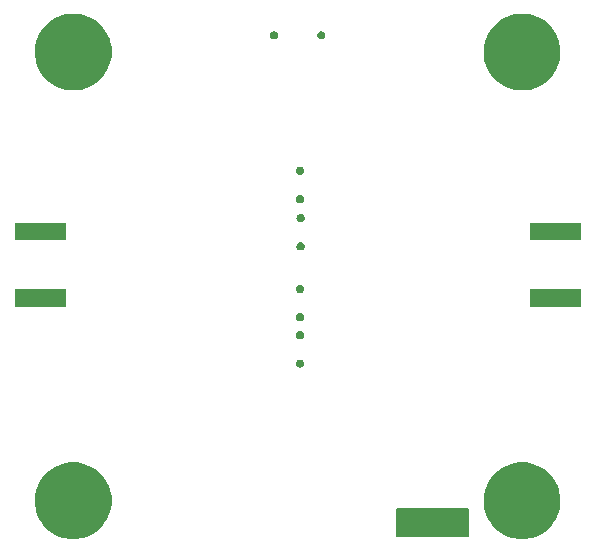
<source format=gbs>
G04 #@! TF.GenerationSoftware,KiCad,Pcbnew,(5.0.2)-1*
G04 #@! TF.CreationDate,2019-01-06T12:14:53+11:00*
G04 #@! TF.ProjectId,Filter_Bank_Dev_Rev_0,46696c74-6572-45f4-9261-6e6b5f446576,0*
G04 #@! TF.SameCoordinates,Original*
G04 #@! TF.FileFunction,Soldermask,Bot*
G04 #@! TF.FilePolarity,Negative*
%FSLAX46Y46*%
G04 Gerber Fmt 4.6, Leading zero omitted, Abs format (unit mm)*
G04 Created by KiCad (PCBNEW (5.0.2)-1) date 6/01/2019 12:14:53*
%MOMM*%
%LPD*%
G01*
G04 APERTURE LIST*
%ADD10C,0.150000*%
%ADD11C,0.100000*%
G04 APERTURE END LIST*
D10*
G04 #@! TO.C,REF\002A\002A*
G36*
X128450000Y-85700000D02*
X134450000Y-85700000D01*
X134450000Y-87950000D01*
X128450000Y-87950000D01*
X128450000Y-85700000D01*
G37*
X128450000Y-85700000D02*
X134450000Y-85700000D01*
X134450000Y-87950000D01*
X128450000Y-87950000D01*
X128450000Y-85700000D01*
D11*
G36*
X139634239Y-81811467D02*
X139948282Y-81873934D01*
X140539926Y-82119001D01*
X140829523Y-82312504D01*
X141072395Y-82474786D01*
X141525214Y-82927605D01*
X141525216Y-82927608D01*
X141880999Y-83460074D01*
X142002724Y-83753944D01*
X142126066Y-84051719D01*
X142251000Y-84679803D01*
X142251000Y-85320197D01*
X142188533Y-85634239D01*
X142126066Y-85948282D01*
X141880999Y-86539926D01*
X141633265Y-86910685D01*
X141525214Y-87072395D01*
X141072395Y-87525214D01*
X141072392Y-87525216D01*
X140539926Y-87880999D01*
X139948282Y-88126066D01*
X139634239Y-88188533D01*
X139320197Y-88251000D01*
X138679803Y-88251000D01*
X138365761Y-88188533D01*
X138051718Y-88126066D01*
X137460074Y-87880999D01*
X136927608Y-87525216D01*
X136927605Y-87525214D01*
X136474786Y-87072395D01*
X136366735Y-86910685D01*
X136119001Y-86539926D01*
X135873934Y-85948282D01*
X135811467Y-85634239D01*
X135749000Y-85320197D01*
X135749000Y-84679803D01*
X135873934Y-84051719D01*
X135997276Y-83753944D01*
X136119001Y-83460074D01*
X136474784Y-82927608D01*
X136474786Y-82927605D01*
X136927605Y-82474786D01*
X137170477Y-82312504D01*
X137460074Y-82119001D01*
X138051718Y-81873934D01*
X138365761Y-81811467D01*
X138679803Y-81749000D01*
X139320197Y-81749000D01*
X139634239Y-81811467D01*
X139634239Y-81811467D01*
G37*
G36*
X101634239Y-81811467D02*
X101948282Y-81873934D01*
X102539926Y-82119001D01*
X102829523Y-82312504D01*
X103072395Y-82474786D01*
X103525214Y-82927605D01*
X103525216Y-82927608D01*
X103880999Y-83460074D01*
X104002724Y-83753944D01*
X104126066Y-84051719D01*
X104251000Y-84679803D01*
X104251000Y-85320197D01*
X104188533Y-85634239D01*
X104126066Y-85948282D01*
X103880999Y-86539926D01*
X103633265Y-86910685D01*
X103525214Y-87072395D01*
X103072395Y-87525214D01*
X103072392Y-87525216D01*
X102539926Y-87880999D01*
X101948282Y-88126066D01*
X101634239Y-88188533D01*
X101320197Y-88251000D01*
X100679803Y-88251000D01*
X100365761Y-88188533D01*
X100051718Y-88126066D01*
X99460074Y-87880999D01*
X98927608Y-87525216D01*
X98927605Y-87525214D01*
X98474786Y-87072395D01*
X98366735Y-86910685D01*
X98119001Y-86539926D01*
X97873934Y-85948282D01*
X97811467Y-85634239D01*
X97749000Y-85320197D01*
X97749000Y-84679803D01*
X97873934Y-84051719D01*
X97997276Y-83753944D01*
X98119001Y-83460074D01*
X98474784Y-82927608D01*
X98474786Y-82927605D01*
X98927605Y-82474786D01*
X99170477Y-82312504D01*
X99460074Y-82119001D01*
X100051718Y-81873934D01*
X100365761Y-81811467D01*
X100679803Y-81749000D01*
X101320197Y-81749000D01*
X101634239Y-81811467D01*
X101634239Y-81811467D01*
G37*
G36*
X120302383Y-73034989D02*
X120366261Y-73061448D01*
X120423750Y-73099861D01*
X120472639Y-73148750D01*
X120511052Y-73206239D01*
X120537511Y-73270117D01*
X120551000Y-73337930D01*
X120551000Y-73407070D01*
X120537511Y-73474883D01*
X120511052Y-73538761D01*
X120472639Y-73596250D01*
X120423750Y-73645139D01*
X120366261Y-73683552D01*
X120302383Y-73710011D01*
X120234570Y-73723500D01*
X120165430Y-73723500D01*
X120097617Y-73710011D01*
X120033739Y-73683552D01*
X119976250Y-73645139D01*
X119927361Y-73596250D01*
X119888948Y-73538761D01*
X119862489Y-73474883D01*
X119849000Y-73407070D01*
X119849000Y-73337930D01*
X119862489Y-73270117D01*
X119888948Y-73206239D01*
X119927361Y-73148750D01*
X119976250Y-73099861D01*
X120033739Y-73061448D01*
X120097617Y-73034989D01*
X120165430Y-73021500D01*
X120234570Y-73021500D01*
X120302383Y-73034989D01*
X120302383Y-73034989D01*
G37*
G36*
X120302383Y-70634989D02*
X120366261Y-70661448D01*
X120423750Y-70699861D01*
X120472639Y-70748750D01*
X120511052Y-70806239D01*
X120537511Y-70870117D01*
X120551000Y-70937930D01*
X120551000Y-71007070D01*
X120537511Y-71074883D01*
X120511052Y-71138761D01*
X120472639Y-71196250D01*
X120423750Y-71245139D01*
X120366261Y-71283552D01*
X120302383Y-71310011D01*
X120234570Y-71323500D01*
X120165430Y-71323500D01*
X120097617Y-71310011D01*
X120033739Y-71283552D01*
X119976250Y-71245139D01*
X119927361Y-71196250D01*
X119888948Y-71138761D01*
X119862489Y-71074883D01*
X119849000Y-71007070D01*
X119849000Y-70937930D01*
X119862489Y-70870117D01*
X119888948Y-70806239D01*
X119927361Y-70748750D01*
X119976250Y-70699861D01*
X120033739Y-70661448D01*
X120097617Y-70634989D01*
X120165430Y-70621500D01*
X120234570Y-70621500D01*
X120302383Y-70634989D01*
X120302383Y-70634989D01*
G37*
G36*
X120302383Y-69112489D02*
X120366261Y-69138948D01*
X120423750Y-69177361D01*
X120472639Y-69226250D01*
X120511052Y-69283739D01*
X120537511Y-69347617D01*
X120551000Y-69415430D01*
X120551000Y-69484570D01*
X120537511Y-69552383D01*
X120511052Y-69616261D01*
X120472639Y-69673750D01*
X120423750Y-69722639D01*
X120366261Y-69761052D01*
X120302383Y-69787511D01*
X120234570Y-69801000D01*
X120165430Y-69801000D01*
X120097617Y-69787511D01*
X120033739Y-69761052D01*
X119976250Y-69722639D01*
X119927361Y-69673750D01*
X119888948Y-69616261D01*
X119862489Y-69552383D01*
X119849000Y-69484570D01*
X119849000Y-69415430D01*
X119862489Y-69347617D01*
X119888948Y-69283739D01*
X119927361Y-69226250D01*
X119976250Y-69177361D01*
X120033739Y-69138948D01*
X120097617Y-69112489D01*
X120165430Y-69099000D01*
X120234570Y-69099000D01*
X120302383Y-69112489D01*
X120302383Y-69112489D01*
G37*
G36*
X143951000Y-68551000D02*
X139649000Y-68551000D01*
X139649000Y-67099000D01*
X143951000Y-67099000D01*
X143951000Y-68551000D01*
X143951000Y-68551000D01*
G37*
G36*
X100351000Y-68551000D02*
X96049000Y-68551000D01*
X96049000Y-67099000D01*
X100351000Y-67099000D01*
X100351000Y-68551000D01*
X100351000Y-68551000D01*
G37*
G36*
X120302383Y-66712489D02*
X120366261Y-66738948D01*
X120423750Y-66777361D01*
X120472639Y-66826250D01*
X120511052Y-66883739D01*
X120537511Y-66947617D01*
X120551000Y-67015430D01*
X120551000Y-67084570D01*
X120537511Y-67152383D01*
X120511052Y-67216261D01*
X120472639Y-67273750D01*
X120423750Y-67322639D01*
X120366261Y-67361052D01*
X120302383Y-67387511D01*
X120234570Y-67401000D01*
X120165430Y-67401000D01*
X120097617Y-67387511D01*
X120033739Y-67361052D01*
X119976250Y-67322639D01*
X119927361Y-67273750D01*
X119888948Y-67216261D01*
X119862489Y-67152383D01*
X119849000Y-67084570D01*
X119849000Y-67015430D01*
X119862489Y-66947617D01*
X119888948Y-66883739D01*
X119927361Y-66826250D01*
X119976250Y-66777361D01*
X120033739Y-66738948D01*
X120097617Y-66712489D01*
X120165430Y-66699000D01*
X120234570Y-66699000D01*
X120302383Y-66712489D01*
X120302383Y-66712489D01*
G37*
G36*
X120352383Y-63112489D02*
X120416261Y-63138948D01*
X120473750Y-63177361D01*
X120522639Y-63226250D01*
X120561052Y-63283739D01*
X120587511Y-63347617D01*
X120601000Y-63415430D01*
X120601000Y-63484570D01*
X120587511Y-63552383D01*
X120561052Y-63616261D01*
X120522639Y-63673750D01*
X120473750Y-63722639D01*
X120416261Y-63761052D01*
X120352383Y-63787511D01*
X120284570Y-63801000D01*
X120215430Y-63801000D01*
X120147617Y-63787511D01*
X120083739Y-63761052D01*
X120026250Y-63722639D01*
X119977361Y-63673750D01*
X119938948Y-63616261D01*
X119912489Y-63552383D01*
X119899000Y-63484570D01*
X119899000Y-63415430D01*
X119912489Y-63347617D01*
X119938948Y-63283739D01*
X119977361Y-63226250D01*
X120026250Y-63177361D01*
X120083739Y-63138948D01*
X120147617Y-63112489D01*
X120215430Y-63099000D01*
X120284570Y-63099000D01*
X120352383Y-63112489D01*
X120352383Y-63112489D01*
G37*
G36*
X143951000Y-62901000D02*
X139649000Y-62901000D01*
X139649000Y-61449000D01*
X143951000Y-61449000D01*
X143951000Y-62901000D01*
X143951000Y-62901000D01*
G37*
G36*
X100351000Y-62901000D02*
X96049000Y-62901000D01*
X96049000Y-61449000D01*
X100351000Y-61449000D01*
X100351000Y-62901000D01*
X100351000Y-62901000D01*
G37*
G36*
X120352383Y-60712489D02*
X120416261Y-60738948D01*
X120473750Y-60777361D01*
X120522639Y-60826250D01*
X120561052Y-60883739D01*
X120587511Y-60947617D01*
X120601000Y-61015430D01*
X120601000Y-61084570D01*
X120587511Y-61152383D01*
X120561052Y-61216261D01*
X120522639Y-61273750D01*
X120473750Y-61322639D01*
X120416261Y-61361052D01*
X120352383Y-61387511D01*
X120284570Y-61401000D01*
X120215430Y-61401000D01*
X120147617Y-61387511D01*
X120083739Y-61361052D01*
X120026250Y-61322639D01*
X119977361Y-61273750D01*
X119938948Y-61216261D01*
X119912489Y-61152383D01*
X119899000Y-61084570D01*
X119899000Y-61015430D01*
X119912489Y-60947617D01*
X119938948Y-60883739D01*
X119977361Y-60826250D01*
X120026250Y-60777361D01*
X120083739Y-60738948D01*
X120147617Y-60712489D01*
X120215430Y-60699000D01*
X120284570Y-60699000D01*
X120352383Y-60712489D01*
X120352383Y-60712489D01*
G37*
G36*
X120302383Y-59112489D02*
X120366261Y-59138948D01*
X120423750Y-59177361D01*
X120472639Y-59226250D01*
X120511052Y-59283739D01*
X120537511Y-59347617D01*
X120551000Y-59415430D01*
X120551000Y-59484570D01*
X120537511Y-59552383D01*
X120511052Y-59616261D01*
X120472639Y-59673750D01*
X120423750Y-59722639D01*
X120366261Y-59761052D01*
X120302383Y-59787511D01*
X120234570Y-59801000D01*
X120165430Y-59801000D01*
X120097617Y-59787511D01*
X120033739Y-59761052D01*
X119976250Y-59722639D01*
X119927361Y-59673750D01*
X119888948Y-59616261D01*
X119862489Y-59552383D01*
X119849000Y-59484570D01*
X119849000Y-59415430D01*
X119862489Y-59347617D01*
X119888948Y-59283739D01*
X119927361Y-59226250D01*
X119976250Y-59177361D01*
X120033739Y-59138948D01*
X120097617Y-59112489D01*
X120165430Y-59099000D01*
X120234570Y-59099000D01*
X120302383Y-59112489D01*
X120302383Y-59112489D01*
G37*
G36*
X120302383Y-56712489D02*
X120366261Y-56738948D01*
X120423750Y-56777361D01*
X120472639Y-56826250D01*
X120511052Y-56883739D01*
X120537511Y-56947617D01*
X120551000Y-57015430D01*
X120551000Y-57084570D01*
X120537511Y-57152383D01*
X120511052Y-57216261D01*
X120472639Y-57273750D01*
X120423750Y-57322639D01*
X120366261Y-57361052D01*
X120302383Y-57387511D01*
X120234570Y-57401000D01*
X120165430Y-57401000D01*
X120097617Y-57387511D01*
X120033739Y-57361052D01*
X119976250Y-57322639D01*
X119927361Y-57273750D01*
X119888948Y-57216261D01*
X119862489Y-57152383D01*
X119849000Y-57084570D01*
X119849000Y-57015430D01*
X119862489Y-56947617D01*
X119888948Y-56883739D01*
X119927361Y-56826250D01*
X119976250Y-56777361D01*
X120033739Y-56738948D01*
X120097617Y-56712489D01*
X120165430Y-56699000D01*
X120234570Y-56699000D01*
X120302383Y-56712489D01*
X120302383Y-56712489D01*
G37*
G36*
X139634239Y-43811467D02*
X139948282Y-43873934D01*
X140539926Y-44119001D01*
X140829523Y-44312504D01*
X141072395Y-44474786D01*
X141525214Y-44927605D01*
X141525216Y-44927608D01*
X141880999Y-45460074D01*
X142076063Y-45931000D01*
X142126066Y-46051719D01*
X142251000Y-46679803D01*
X142251000Y-47320197D01*
X142188533Y-47634239D01*
X142126066Y-47948282D01*
X141880999Y-48539926D01*
X141633265Y-48910685D01*
X141525214Y-49072395D01*
X141072395Y-49525214D01*
X141072392Y-49525216D01*
X140539926Y-49880999D01*
X139948282Y-50126066D01*
X139634239Y-50188533D01*
X139320197Y-50251000D01*
X138679803Y-50251000D01*
X138365761Y-50188533D01*
X138051718Y-50126066D01*
X137460074Y-49880999D01*
X136927608Y-49525216D01*
X136927605Y-49525214D01*
X136474786Y-49072395D01*
X136366735Y-48910685D01*
X136119001Y-48539926D01*
X135873934Y-47948282D01*
X135811467Y-47634239D01*
X135749000Y-47320197D01*
X135749000Y-46679803D01*
X135873934Y-46051719D01*
X135923937Y-45931000D01*
X136119001Y-45460074D01*
X136474784Y-44927608D01*
X136474786Y-44927605D01*
X136927605Y-44474786D01*
X137170477Y-44312504D01*
X137460074Y-44119001D01*
X138051718Y-43873934D01*
X138365761Y-43811467D01*
X138679803Y-43749000D01*
X139320197Y-43749000D01*
X139634239Y-43811467D01*
X139634239Y-43811467D01*
G37*
G36*
X101634239Y-43811467D02*
X101948282Y-43873934D01*
X102539926Y-44119001D01*
X102829523Y-44312504D01*
X103072395Y-44474786D01*
X103525214Y-44927605D01*
X103525216Y-44927608D01*
X103880999Y-45460074D01*
X104076063Y-45931000D01*
X104126066Y-46051719D01*
X104251000Y-46679803D01*
X104251000Y-47320197D01*
X104188533Y-47634239D01*
X104126066Y-47948282D01*
X103880999Y-48539926D01*
X103633265Y-48910685D01*
X103525214Y-49072395D01*
X103072395Y-49525214D01*
X103072392Y-49525216D01*
X102539926Y-49880999D01*
X101948282Y-50126066D01*
X101634239Y-50188533D01*
X101320197Y-50251000D01*
X100679803Y-50251000D01*
X100365761Y-50188533D01*
X100051718Y-50126066D01*
X99460074Y-49880999D01*
X98927608Y-49525216D01*
X98927605Y-49525214D01*
X98474786Y-49072395D01*
X98366735Y-48910685D01*
X98119001Y-48539926D01*
X97873934Y-47948282D01*
X97811467Y-47634239D01*
X97749000Y-47320197D01*
X97749000Y-46679803D01*
X97873934Y-46051719D01*
X97923937Y-45931000D01*
X98119001Y-45460074D01*
X98474784Y-44927608D01*
X98474786Y-44927605D01*
X98927605Y-44474786D01*
X99170477Y-44312504D01*
X99460074Y-44119001D01*
X100051718Y-43873934D01*
X100365761Y-43811467D01*
X100679803Y-43749000D01*
X101320197Y-43749000D01*
X101634239Y-43811467D01*
X101634239Y-43811467D01*
G37*
G36*
X122102383Y-45242489D02*
X122166261Y-45268948D01*
X122223750Y-45307361D01*
X122272639Y-45356250D01*
X122311052Y-45413739D01*
X122337511Y-45477617D01*
X122351000Y-45545430D01*
X122351000Y-45614570D01*
X122337511Y-45682383D01*
X122311052Y-45746261D01*
X122272639Y-45803750D01*
X122223750Y-45852639D01*
X122166261Y-45891052D01*
X122102383Y-45917511D01*
X122034570Y-45931000D01*
X121965430Y-45931000D01*
X121897617Y-45917511D01*
X121833739Y-45891052D01*
X121776250Y-45852639D01*
X121727361Y-45803750D01*
X121688948Y-45746261D01*
X121662489Y-45682383D01*
X121649000Y-45614570D01*
X121649000Y-45545430D01*
X121662489Y-45477617D01*
X121688948Y-45413739D01*
X121727361Y-45356250D01*
X121776250Y-45307361D01*
X121833739Y-45268948D01*
X121897617Y-45242489D01*
X121965430Y-45229000D01*
X122034570Y-45229000D01*
X122102383Y-45242489D01*
X122102383Y-45242489D01*
G37*
G36*
X118102383Y-45242489D02*
X118166261Y-45268948D01*
X118223750Y-45307361D01*
X118272639Y-45356250D01*
X118311052Y-45413739D01*
X118337511Y-45477617D01*
X118351000Y-45545430D01*
X118351000Y-45614570D01*
X118337511Y-45682383D01*
X118311052Y-45746261D01*
X118272639Y-45803750D01*
X118223750Y-45852639D01*
X118166261Y-45891052D01*
X118102383Y-45917511D01*
X118034570Y-45931000D01*
X117965430Y-45931000D01*
X117897617Y-45917511D01*
X117833739Y-45891052D01*
X117776250Y-45852639D01*
X117727361Y-45803750D01*
X117688948Y-45746261D01*
X117662489Y-45682383D01*
X117649000Y-45614570D01*
X117649000Y-45545430D01*
X117662489Y-45477617D01*
X117688948Y-45413739D01*
X117727361Y-45356250D01*
X117776250Y-45307361D01*
X117833739Y-45268948D01*
X117897617Y-45242489D01*
X117965430Y-45229000D01*
X118034570Y-45229000D01*
X118102383Y-45242489D01*
X118102383Y-45242489D01*
G37*
M02*

</source>
